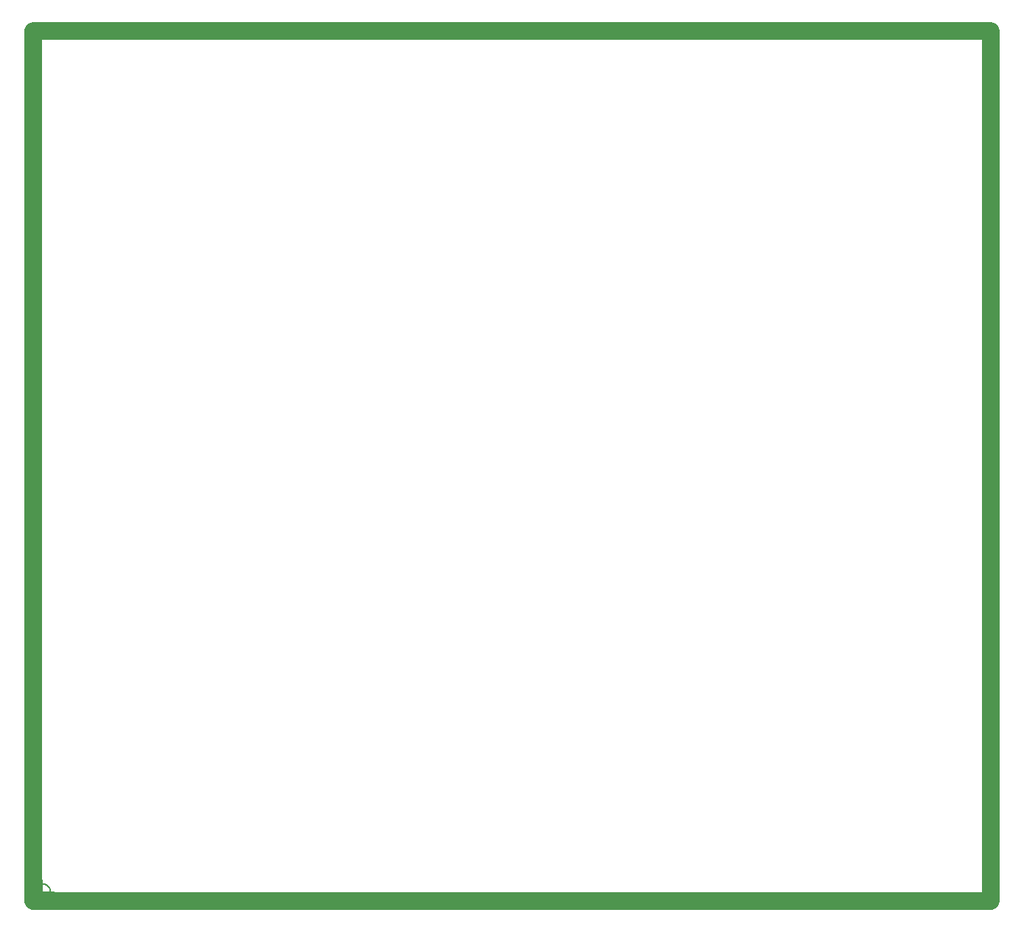
<source format=gbr>
G04 #@! TF.FileFunction,Profile,NP*
%FSLAX46Y46*%
G04 Gerber Fmt 4.6, Leading zero omitted, Abs format (unit mm)*
G04 Created by KiCad (PCBNEW 4.0.6) date 09/05/17 21:18:10*
%MOMM*%
%LPD*%
G01*
G04 APERTURE LIST*
%ADD10C,0.100000*%
%ADD11C,0.150000*%
%ADD12C,2.000000*%
G04 APERTURE END LIST*
D10*
D11*
X101000000Y-149000000D02*
G75*
G03X101000000Y-149000000I-1000000J0D01*
G01*
X98500000Y-149000000D02*
X101500000Y-149000000D01*
X100000000Y-147500000D02*
X100000000Y-150500000D01*
D12*
X209000000Y-150000000D02*
X209000000Y-50000000D01*
X99000000Y-150000000D02*
X209000000Y-150000000D01*
X99000000Y-50000000D02*
X99000000Y-150000000D01*
X209000000Y-50000000D02*
X99000000Y-50000000D01*
M02*

</source>
